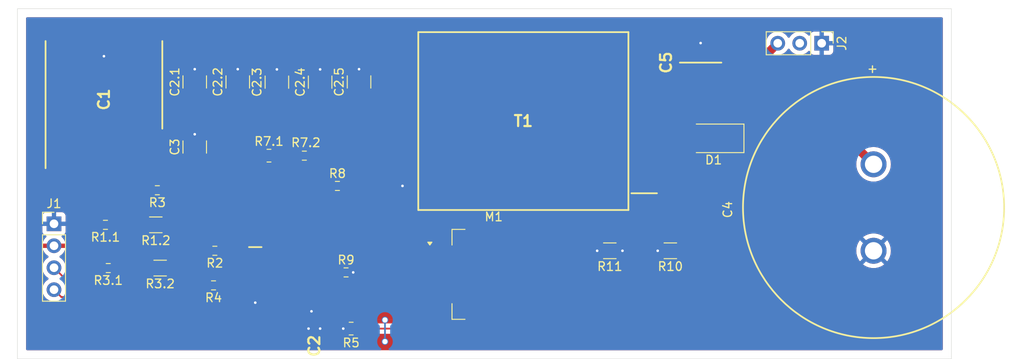
<source format=kicad_pcb>
(kicad_pcb (version 20240108) (generator "pcbnew") (generator_version "8.0")
  (layers (0 "F.Cu" signal) (31 "B.Cu" signal) (34 "B.Paste" user) (35 "F.Paste" user) (36 "B.SilkS" user "B.Silkscreen") (37 "F.SilkS" user "F.Silkscreen") (38 "B.Mask" user) (39 "F.Mask" user) (44 "Edge.Cuts" user))
  (net 0 "")
  (net 1 "/24V")
  (net 2 "/GND")
  (net 3 "/100V")
  (net 4 "Net-(D1-A)")
  (net 5 "Net-(IC1-HVGATE)")
  (net 7 "Net-(IC1-UVLO1)")
  (net 8 "Net-(IC1-OVLO1)")
  (net 10 "/Done")
  (net 11 "/Charge")
  (net 13 "Net-(IC1-RVTRANS)")
  (net 14 "Net-(IC1-CSP)")
  (net 15 "Net-(IC1-UVLO2)")
  (net 16 "Net-(IC1-OVLO2)")
  (net 17 "Net-(IC1-RBG)")
  (net 18 "Net-(IC1-RVOUT)")
  (net 19 "Net-(IC1-RDCM)")
  (net 22 "Net-(M1-D)")
  (net 23 "Net-(R1.1-Pad1)")
  (net 24 "Net-(R3.1-Pad1)")
  (net 25 "Net-(R7.1-Pad2)")
  (footprint "861011485017_footprint:WCAP-AIG8_30X46_DXL_" (layer "F.Cu") (at 184.5 95 90)
    (property "Reference" "C4" (at -0.24 -16.865 90) (layer "F.SilkS"))
    (property "Value" "WCAP-AIG8_30X46")
    (fp_circle (center 0 0) (end 15.1 0) (stroke (width 0.2)) (fill none) (layer "F.SilkS"))
    (fp_text user "+" (at 16 -0.2 90) (layer "F.SilkS"))
    (pad "1" thru_hole circle (at 5 0 90) (size 3 3) (drill 2) (layers "*.Cu" "*.Mask") (net 3 "/100V"))
    (pad "2" thru_hole circle (at -5 0 90) (size 3 3) (drill 2) (layers "*.Cu" "*.Mask") (net 2 "/GND"))
  )
  (footprint "Resistor_SMD:R_0805_2012Metric" (layer "F.Cu") (at 124.0875 109 180)
    (property "Reference" "R5" (at 0 -1.65 0) (layer "F.SilkS"))
    (property "Value" "6m")
    (fp_line (start -0.227064 0.735) (end 0.227064 0.735) (stroke (width 0.12)) (layer "F.SilkS"))
    (fp_line (start -0.227064 -0.735) (end 0.227064 -0.735) (stroke (width 0.12)) (layer "F.SilkS"))
    (pad "1" smd roundrect (at -0.9125 0 180) (size 1.025 1.4) (layers "F.Cu" "F.Paste" "F.Mask") (roundrect_rratio 0.243902) (net 14 "Net-(IC1-CSP)"))
    (pad "2" smd roundrect (at 0.9125 0 180) (size 1.025 1.4) (layers "F.Cu" "F.Paste" "F.Mask") (roundrect_rratio 0.243902) (net 2 "/GND"))
  )
  (footprint "Resistor_SMD:R_0603_1608Metric" (layer "F.Cu") (at 101.675 93 180)
    (property "Reference" "R3" (at 0 -1.43 0) (layer "F.SilkS"))
    (property "Value" "40.2k")
    (fp_line (start -0.237258 0.5225) (end 0.237258 0.5225) (stroke (width 0.12)) (layer "F.SilkS"))
    (fp_line (start -0.237258 -0.5225) (end 0.237258 -0.5225) (stroke (width 0.12)) (layer "F.SilkS"))
    (pad "1" smd roundrect (at -0.825 0 180) (size 0.8 0.95) (layers "F.Cu" "F.Paste" "F.Mask") (net 13 "Net-(IC1-RVTRANS)"))
    (pad "2" smd roundrect (at 0.825 0 180) (size 0.8 0.95) (layers "F.Cu" "F.Paste" "F.Mask") (net 1 "/24V"))
  )
  (footprint "865080562017_Elektrolytic_C:CAPAE1350X1400N" (layer "F.Cu") (at 95.5 82.5 90)
    (property "Reference" "C1" (at 0 0 90) (layer "F.SilkS") (effects (font (size 1.27 1.27) (thickness 0.254))))
    (property "Value" "680 uF (865080562017)" (hide yes))
    (fp_line (start -7.95 -6.75) (end 6.75 -6.75) (stroke (width 0.2)) (layer "F.SilkS"))
    (fp_line (start -3.375 6.75) (end 6.75 6.75) (stroke (width 0.2)) (layer "F.SilkS"))
    (pad "1" smd rect (at -5 0 180) (size 2.05 5.9) (layers "F.Cu" "F.Paste" "F.Mask") (net 1 "/24V"))
    (pad "2" smd rect (at 5 0 180) (size 2.05 5.9) (layers "F.Cu" "F.Paste" "F.Mask") (net 2 "/GND"))
  )
  (footprint "Capacitor_SMD:C_1210_3225Metric" (layer "F.Cu") (at 106 88 90)
    (property "Reference" "C3" (at 0 -2.3 90) (layer "F.SilkS"))
    (property "Value" "10uF (885012209073)")
    (fp_line (start -0.711252 -1.36) (end 0.711252 -1.36) (stroke (width 0.12)) (layer "F.SilkS"))
    (fp_line (start -0.711252 1.36) (end 0.711252 1.36) (stroke (width 0.12)) (layer "F.SilkS"))
    (pad "1" smd roundrect (at -1.475 0 90) (size 1.15 2.7) (layers "F.Cu" "F.Paste" "F.Mask") (roundrect_rratio 0.217391) (net 1 "/24V"))
    (pad "2" smd roundrect (at 1.475 0 90) (size 1.15 2.7) (layers "F.Cu" "F.Paste" "F.Mask") (roundrect_rratio 0.217391) (net 2 "/GND"))
  )
  (footprint "Resistor_SMD:R_0603_1608Metric" (layer "F.Cu") (at 122.5 92.5)
    (property "Reference" "R8" (at 0 -1.43 0) (layer "F.SilkS"))
    (property "Value" "40.2k")
    (fp_line (start -0.237258 -0.5225) (end 0.237258 -0.5225) (stroke (width 0.12)) (layer "F.SilkS"))
    (fp_line (start -0.237258 0.5225) (end 0.237258 0.5225) (stroke (width 0.12)) (layer "F.SilkS"))
    (pad "1" smd roundrect (at -0.825 0) (size 0.8 0.95) (layers "F.Cu" "F.Paste" "F.Mask") (net 18 "Net-(IC1-RVOUT)"))
    (pad "2" smd roundrect (at 0.825 0) (size 0.8 0.95) (layers "F.Cu" "F.Paste" "F.Mask") (net 22 "Net-(M1-D)"))
  )
  (footprint "Resistor_SMD:R_0603_1608Metric" (layer "F.Cu") (at 108.175 104 180)
    (property "Reference" "R4" (at 0 -1.43 0) (layer "F.SilkS"))
    (property "Value" "475k")
    (fp_line (start -0.237258 0.5225) (end 0.237258 0.5225) (stroke (width 0.12)) (layer "F.SilkS"))
    (fp_line (start -0.237258 -0.5225) (end 0.237258 -0.5225) (stroke (width 0.12)) (layer "F.SilkS"))
    (pad "1" smd roundrect (at -0.825 0 180) (size 0.8 0.95) (layers "F.Cu" "F.Paste" "F.Mask") (net 16 "Net-(IC1-OVLO2)"))
    (pad "2" smd roundrect (at 0.825 0 180) (size 0.8 0.95) (layers "F.Cu" "F.Paste" "F.Mask") (net 1 "/24V"))
  )
  (footprint "LT3751IFE#PBF_Footprint:SOP65P640X120-21N" (layer "F.Cu") (at 115.925 103.075)
    (property "Reference" "IC1" (hide yes))
    (property "Value" "LT3751IFE#PBF" (hide yes))
    (fp_line (start -3.65 -3.5) (end -2.2 -3.5) (stroke (width 0.2)) (layer "F.SilkS"))
    (pad "1" smd rect (at -2.925 -2.925 90) (size 0.45 1.45) (layers "F.Cu" "F.Paste" "F.Mask") (net 13 "Net-(IC1-RVTRANS)"))
    (pad "2" smd rect (at -2.925 -2.275 90) (size 0.45 1.45) (layers "F.Cu" "F.Paste" "F.Mask") (net 7 "Net-(IC1-UVLO1)"))
    (pad "3" smd rect (at -2.925 -1.625 90) (size 0.45 1.45) (layers "F.Cu" "F.Paste" "F.Mask") (net 8 "Net-(IC1-OVLO1)"))
    (pad "4" smd rect (at -2.925 -0.975 90) (size 0.45 1.45) (layers "F.Cu" "F.Paste" "F.Mask") (net 15 "Net-(IC1-UVLO2)"))
    (pad "5" smd rect (at -2.925 -0.325 90) (size 0.45 1.45) (layers "F.Cu" "F.Paste" "F.Mask") (net 16 "Net-(IC1-OVLO2)"))
    (pad "6" smd rect (at -2.925 0.325 90) (size 0.45 1.45) (layers "F.Cu" "F.Paste" "F.Mask"))
    (pad "7" smd rect (at -2.925 0.975 90) (size 0.45 1.45) (layers "F.Cu" "F.Paste" "F.Mask") (net 10 "/Done"))
    (pad "8" smd rect (at -2.925 1.625 90) (size 0.45 1.45) (layers "F.Cu" "F.Paste" "F.Mask") (net 11 "/Charge"))
    (pad "9" smd rect (at -2.925 2.275 90) (size 0.45 1.45) (layers "F.Cu" "F.Paste" "F.Mask") (net 2 "/GND"))
    (pad "10" smd rect (at -2.925 2.925 90) (size 0.45 1.45) (layers "F.Cu" "F.Paste" "F.Mask") (net 2 "/GND"))
    (pad "11" smd rect (at 2.925 2.925 90) (size 0.45 1.45) (layers "F.Cu" "F.Paste" "F.Mask") (net 2 "/GND"))
    (pad "12" smd rect (at 2.925 2.275 90) (size 0.45 1.45) (layers "F.Cu" "F.Paste" "F.Mask") (net 14 "Net-(IC1-CSP)"))
    (pad "13" smd rect (at 2.925 1.625 90) (size 0.45 1.45) (layers "F.Cu" "F.Paste" "F.Mask") (net 1 "/24V"))
    (pad "14" smd rect (at 2.925 0.975 90) (size 0.45 1.45) (layers "F.Cu" "F.Paste" "F.Mask") (net 1 "/24V"))
    (pad "15" smd rect (at 2.925 0.325 90) (size 0.45 1.45) (layers "F.Cu" "F.Paste" "F.Mask") (net 5 "Net-(IC1-HVGATE)"))
    (pad "16" smd rect (at 2.925 -0.325 90) (size 0.45 1.45) (layers "F.Cu" "F.Paste" "F.Mask") (net 17 "Net-(IC1-RBG)"))
    (pad "17" smd rect (at 2.925 -0.975 90) (size 0.45 1.45) (layers "F.Cu" "F.Paste" "F.Mask"))
    (pad "18" smd rect (at 2.925 -1.625 90) (size 0.45 1.45) (layers "F.Cu" "F.Paste" "F.Mask") (net 18 "Net-(IC1-RVOUT)"))
    (pad "19" smd rect (at 2.925 -2.275 90) (size 0.45 1.45) (layers "F.Cu" "F.Paste" "F.Mask"))
    (pad "20" smd rect (at 2.925 -2.925 90) (size 0.45 1.45) (layers "F.Cu" "F.Paste" "F.Mask") (net 19 "Net-(IC1-RDCM)"))
    (pad "21" smd rect (at 0 0) (size 2.74 3.86) (layers "F.Cu" "F.Paste" "F.Mask"))
  )
  (footprint "885342206006:CAPC1608X87N" (layer "F.Cu") (at 119.83 109 180)
    (property "Reference" "C2" (at 0 -2 90) (layer "F.SilkS") (effects (font (size 1.27 1.27) (thickness 0.254))))
    (property "Value" "885342206006 (10000 pF)" (hide yes))
    (pad "1" smd rect (at -0.67 0 180) (size 0.8 0.94) (layers "F.Cu" "F.Paste" "F.Mask") (net 2 "/GND"))
    (pad "2" smd rect (at 0.67 0 180) (size 0.8 0.94) (layers "F.Cu" "F.Paste" "F.Mask") (net 2 "/GND"))
  )
  (footprint "Package_TO_SOT_SMD:TO-263-3_TabPin2" (layer "F.Cu") (at 140.575 102.725)
    (property "Reference" "M1" (at 0 -6.65 0) (layer "F.SilkS"))
    (property "Value" "NMOS")
    (fp_line (start -4.825 -5.2) (end -4.825 -3.39) (stroke (width 0.12)) (layer "F.SilkS"))
    (fp_line (start -4.825 5.2) (end -4.825 3.39) (stroke (width 0.12)) (layer "F.SilkS"))
    (fp_line (start -3.325 -5.2) (end -4.825 -5.2) (stroke (width 0.12)) (layer "F.SilkS"))
    (fp_line (start -3.325 5.2) (end -4.825 5.2) (stroke (width 0.12)) (layer "F.SilkS"))
    (fp_poly (pts (xy -7.3875 -3.39) (xy -7.6275 -3.72) (xy -7.1475 -3.72) (xy -7.3875 -3.39)) (stroke (width 0.12)) (fill solid) (layer "F.SilkS"))
    (pad "1" smd roundrect (at -7.65 -2.54) (size 4.6 1.1) (layers "F.Cu" "F.Paste" "F.Mask") (roundrect_rratio 0.227273) (net 22 "Net-(M1-D)"))
    (pad "2" smd roundrect (at -7.65 0) (size 4.6 1.1) (layers "F.Cu" "F.Paste" "F.Mask") (roundrect_rratio 0.227273) (net 5 "Net-(IC1-HVGATE)"))
    (pad "2" smd roundrect (at -0.925 -2.775) (size 4.55 5.25) (layers "F.Cu" "F.Paste") (roundrect_rratio 0.054945) (net 5 "Net-(IC1-HVGATE)"))
    (pad "2" smd roundrect (at -0.925 2.775) (size 4.55 5.25) (layers "F.Cu" "F.Paste") (roundrect_rratio 0.054945) (net 5 "Net-(IC1-HVGATE)"))
    (pad "2" smd roundrect (at 1.5 0) (size 9.4 10.8) (layers "F.Cu" "F.Mask") (roundrect_rratio 0.026596) (net 5 "Net-(IC1-HVGATE)"))
    (pad "2" smd roundrect (at 3.925 -2.775) (size 4.55 5.25) (layers "F.Cu" "F.Paste") (roundrect_rratio 0.054945) (net 5 "Net-(IC1-HVGATE)"))
    (pad "2" smd roundrect (at 3.925 2.775) (size 4.55 5.25) (layers "F.Cu" "F.Paste") (roundrect_rratio 0.054945) (net 5 "Net-(IC1-HVGATE)"))
    (pad "3" smd roundrect (at -7.65 2.54) (size 4.6 1.1) (layers "F.Cu" "F.Paste" "F.Mask") (roundrect_rratio 0.227273) (net 14 "Net-(IC1-CSP)"))
  )
  (footprint "Capacitor_SMD:C_1210_3225Metric" (layer "F.Cu") (at 110.975 80.475 90)
    (property "Reference" "C2.2" (at 0 -2.3 90) (layer "F.SilkS"))
    (property "Value" "2.2uF")
    (fp_line (start -0.711252 -1.36) (end 0.711252 -1.36) (stroke (width 0.12)) (layer "F.SilkS"))
    (fp_line (start -0.711252 1.36) (end 0.711252 1.36) (stroke (width 0.12)) (layer "F.SilkS"))
    (pad "1" smd roundrect (at -1.475 0 90) (size 1.15 2.7) (layers "F.Cu" "F.Paste" "F.Mask") (roundrect_rratio 0.217391) (net 1 "/24V"))
    (pad "2" smd roundrect (at 1.475 0 90) (size 1.15 2.7) (layers "F.Cu" "F.Paste" "F.Mask") (roundrect_rratio 0.217391) (net 2 "/GND"))
  )
  (footprint "Connector_PinHeader_2.54mm:PinHeader_1x04_P2.54mm_Vertical" (layer "F.Cu") (at 89.725 96.88)
    (property "Reference" "J1" (at 0 -2.33 0) (layer "F.SilkS"))
    (property "Value" "Conn_01x04_Pin")
    (fp_line (start -1.33 -1.33) (end 0 -1.33) (stroke (width 0.12)) (layer "F.SilkS"))
    (fp_line (start -1.33 0) (end -1.33 -1.33) (stroke (width 0.12)) (layer "F.SilkS"))
    (fp_line (start -1.33 1.27) (end -1.33 8.95) (stroke (width 0.12)) (layer "F.SilkS"))
    (fp_line (start -1.33 1.27) (end 1.33 1.27) (stroke (width 0.12)) (layer "F.SilkS"))
    (fp_line (start -1.33 8.95) (end 1.33 8.95) (stroke (width 0.12)) (layer "F.SilkS"))
    (fp_line (start 1.33 1.27) (end 1.33 8.95) (stroke (width 0.12)) (layer "F.SilkS"))
    (pad "1" thru_hole rect (at 0 0) (size 1.7 1.7) (drill 1) (layers "*.Cu" "*.Mask") (net 2 "/GND"))
    (pad "2" thru_hole oval (at 0 2.54) (size 1.7 1.7) (drill 1) (layers "*.Cu" "*.Mask") (net 1 "/24V"))
    (pad "3" thru_hole oval (at 0 5.08) (size 1.7 1.7) (drill 1) (layers "*.Cu" "*.Mask") (net 10 "/Done"))
    (pad "4" thru_hole oval (at 0 7.62) (size 1.7 1.7) (drill 1) (layers "*.Cu" "*.Mask") (net 11 "/Charge"))
  )
  (footprint "Resistor_SMD:R_0603_1608Metric" (layer "F.Cu") (at 123.5 102.5)
    (property "Reference" "R9" (at 0 -1.43 0) (layer "F.SilkS"))
    (property "Value" "4.02k")
    (fp_line (start -0.237258 -0.5225) (end 0.237258 -0.5225) (stroke (width 0.12)) (layer "F.SilkS"))
    (fp_line (start -0.237258 0.5225) (end 0.237258 0.5225) (stroke (width 0.12)) (layer "F.SilkS"))
    (pad "1" smd roundrect (at -0.825 0) (size 0.8 0.95) (layers "F.Cu" "F.Paste" "F.Mask") (net 17 "Net-(IC1-RBG)"))
    (pad "2" smd roundrect (at 0.825 0) (size 0.8 0.95) (layers "F.Cu" "F.Paste" "F.Mask") (net 2 "/GND"))
  )
  (footprint "Capacitor_SMD:C_1210_3225Metric" (layer "F.Cu") (at 106 80.475 90)
    (property "Reference" "C2.1" (at 0 -2.3 90) (layer "F.SilkS"))
    (property "Value" "2.2uF")
    (fp_line (start -0.711252 -1.36) (end 0.711252 -1.36) (stroke (width 0.12)) (layer "F.SilkS"))
    (fp_line (start -0.711252 1.36) (end 0.711252 1.36) (stroke (width 0.12)) (layer "F.SilkS"))
    (pad "1" smd roundrect (at -1.475 0 90) (size 1.15 2.7) (layers "F.Cu" "F.Paste" "F.Mask") (roundrect_rratio 0.217391) (net 1 "/24V"))
    (pad "2" smd roundrect (at 1.475 0 90) (size 1.15 2.7) (layers "F.Cu" "F.Paste" "F.Mask") (roundrect_rratio 0.217391) (net 2 "/GND"))
  )
  (footprint "Resistor_SMD:R_1206_3216Metric" (layer "F.Cu") (at 154 100 180)
    (property "Reference" "R11" (at 0 -1.82 0) (layer "F.SilkS"))
    (property "Value" "383")
    (fp_line (start -0.727064 0.91) (end 0.727064 0.91) (stroke (width 0.12)) (layer "F.SilkS"))
    (fp_line (start -0.727064 -0.91) (end 0.727064 -0.91) (stroke (width 0.12)) (layer "F.SilkS"))
    (pad "1" smd roundrect (at -1.4625 0 180) (size 1.125 1.75) (layers "F.Cu" "F.Paste" "F.Mask") (roundrect_rratio 0.222222) (net 2 "/GND"))
    (pad "2" smd roundrect (at 1.4625 0 180) (size 1.125 1.75) (layers "F.Cu" "F.Paste" "F.Mask") (roundrect_rratio 0.222222) (net 2 "/GND"))
  )
  (footprint "CKG57NX7R2J474M500JH_footprint:CAPC6050X550N" (layer "F.Cu") (at 164.5 78.24 -90)
    (property "Reference" "C5" (at 0 4 90) (layer "F.SilkS") (effects (font (size 1.27 1.27) (thickness 0.254))))
    (property "Value" "CKG57NX7R2J474M500JH" (hide yes))
    (fp_line (start 0 -2.4) (end 0 2.4) (stroke (width 0.2)) (layer "F.SilkS"))
    (pad "1" smd rect (at -2.26 0 270) (size 2.39 5.51) (layers "F.Cu" "F.Paste" "F.Mask") (net 2 "/GND"))
    (pad "2" smd rect (at 2.26 0 270) (size 2.39 5.51) (layers "F.Cu" "F.Paste" "F.Mask") (net 3 "/100V"))
  )
  (footprint "Capacitor_SMD:C_1210_3225Metric" (layer "F.Cu") (at 125 80.475 90)
    (property "Reference" "C2.5" (at 0 -2.3 90) (layer "F.SilkS"))
    (property "Value" "2.2u")
    (fp_line (start -0.711252 -1.36) (end 0.711252 -1.36) (stroke (width 0.12)) (layer "F.SilkS"))
    (fp_line (start -0.711252 1.36) (end 0.711252 1.36) (stroke (width 0.12)) (layer "F.SilkS"))
    (pad "1" smd roundrect (at -1.475 0 90) (size 1.15 2.7) (layers "F.Cu" "F.Paste" "F.Mask") (roundrect_rratio 0.217391) (net 1 "/24V"))
    (pad "2" smd roundrect (at 1.475 0 90) (size 1.15 2.7) (layers "F.Cu" "F.Paste" "F.Mask") (roundrect_rratio 0.217391) (net 2 "/GND"))
  )
  (footprint "Resistor_SMD:R_0603_1608Metric" (layer "F.Cu") (at 96 102 180)
    (property "Reference" "R3.1" (at 0 -1.43 0) (layer "F.SilkS"))
    (property "Value" "1.8k")
    (fp_line (start -0.237258 0.5225) (end 0.237258 0.5225) (stroke (width 0.12)) (layer "F.SilkS"))
    (fp_line (start -0.237258 -0.5225) (end 0.237258 -0.5225) (stroke (width 0.12)) (layer "F.SilkS"))
    (pad "1" smd roundrect (at -0.825 0 180) (size 0.8 0.95) (layers "F.Cu" "F.Paste" "F.Mask") (net 24 "Net-(R3.1-Pad1)"))
    (pad "2" smd roundrect (at 0.825 0 180) (size 0.8 0.95) (layers "F.Cu" "F.Paste" "F.Mask") (net 1 "/24V"))
  )
  (footprint "Resistor_SMD:R_0603_1608Metric" (layer "F.Cu") (at 95.675 97 180)
    (property "Reference" "R1.1" (at 0 -1.43 0) (layer "F.SilkS"))
    (property "Value" "1.8k")
    (fp_line (start -0.237258 0.5225) (end 0.237258 0.5225) (stroke (width 0.12)) (layer "F.SilkS"))
    (fp_line (start -0.237258 -0.5225) (end 0.237258 -0.5225) (stroke (width 0.12)) (layer "F.SilkS"))
    (pad "1" smd roundrect (at -0.825 0 180) (size 0.8 0.95) (layers "F.Cu" "F.Paste" "F.Mask") (net 23 "Net-(R1.1-Pad1)"))
    (pad "2" smd roundrect (at 0.825 0 180) (size 0.8 0.95) (layers "F.Cu" "F.Paste" "F.Mask") (net 1 "/24V"))
  )
  (footprint "Resistor_SMD:R_1206_3216Metric" (layer "F.Cu") (at 102 102 180)
    (property "Reference" "R3.2" (at 0 -1.82 0) (layer "F.SilkS"))
    (property "Value" "68k")
    (fp_line (start -0.727064 0.91) (end 0.727064 0.91) (stroke (width 0.12)) (layer "F.SilkS"))
    (fp_line (start -0.727064 -0.91) (end 0.727064 -0.91) (stroke (width 0.12)) (layer "F.SilkS"))
    (pad "1" smd roundrect (at -1.4625 0 180) (size 1.125 1.75) (layers "F.Cu" "F.Paste" "F.Mask") (roundrect_rratio 0.222222) (net 15 "Net-(IC1-UVLO2)"))
    (pad "2" smd roundrect (at 1.4625 0 180) (size 1.125 1.75) (layers "F.Cu" "F.Paste" "F.Mask") (roundrect_rratio 0.222222) (net 24 "Net-(R3.1-Pad1)"))
  )
  (footprint "DA2034_ALD_Test:SOP300P3000X1143-12N" (layer "F.Cu") (at 144 85 180)
    (property "Reference" "T1" (at 0 0 0) (layer "F.SilkS") (effects (font (size 1.27 1.27) (thickness 0.254))))
    (property "Value" "DA2034-ALD" (hide yes))
    (fp_line (start 12.15 10.285) (end -12.15 10.285) (stroke (width 0.2)) (layer "F.SilkS"))
    (fp_line (start 12.15 -10.285) (end 12.15 10.285) (stroke (width 0.2)) (layer "F.SilkS"))
    (fp_line (start -12.15 10.285) (end -12.15 -10.285) (stroke (width 0.2)) (layer "F.SilkS"))
    (fp_line (start -12.15 -10.285) (end 12.15 -10.285) (stroke (width 0.2)) (layer "F.SilkS"))
    (fp_line (start -15.45 -8.35) (end -12.5 -8.35) (stroke (width 0.2)) (layer "F.SilkS"))
    (pad "1" smd rect (at -13.975 -7.5 270) (size 1 2.95) (layers "F.Cu" "F.Paste" "F.Mask") (net 4 "Net-(D1-A)"))
    (pad "2" smd rect (at -13.975 -4.5 270) (size 1 2.95) (layers "F.Cu" "F.Paste" "F.Mask"))
    (pad "3" smd rect (at -13.975 -1.5 270) (size 1 2.95) (layers "F.Cu" "F.Paste" "F.Mask") (net 1 "/24V"))
    (pad "4" smd rect (at -13.975 1.5 270) (size 1 2.95) (layers "F.Cu" "F.Paste" "F.Mask") (net 1 "/24V"))
    (pad "5" smd rect (at -13.975 4.5 270) (size 1 2.95) (layers "F.Cu" "F.Paste" "F.Mask") (net 1 "/24V"))
    (pad "6" smd rect (at -13.975 7.5 270) (size 1 2.95) (layers "F.Cu" "F.Paste" "F.Mask") (net 1 "/24V"))
    (pad "7" smd rect (at 13.975 7.5 270) (size 1 2.95) (layers "F.Cu" "F.Paste" "F.Mask") (net 22 "Net-(M1-D)"))
    (pad "8" smd rect (at 13.975 4.5 270) (size 1 2.95) (layers "F.Cu" "F.Paste" "F.Mask") (net 22 "Net-(M1-D)"))
    (pad "9" smd rect (at 13.975 1.5 270) (size 1 2.95) (layers "F.Cu" "F.Paste" "F.Mask") (net 22 "Net-(M1-D)"))
    (pad "10" smd rect (at 13.975 -1.5 270) (size 1 2.95) (layers "F.Cu" "F.Paste" "F.Mask") (net 22 "Net-(M1-D)"))
    (pad "11" smd rect (at 13.975 -4.5 270) (size 1 2.95) (layers "F.Cu" "F.Paste" "F.Mask"))
    (pad "12" smd rect (at 13.975 -7.5 270) (size 1 2.95) (layers "F.Cu" "F.Paste" "F.Mask") (net 2 "/GND"))
  )
  (footprint "Diode_SMD:D_SMA" (layer "F.Cu") (at 166 87 180)
    (property "Reference" "D1" (at 0 -2.5 0) (layer "F.SilkS"))
    (property "Value" "US1M")
    (fp_line (start -3.51 1.65) (end 2 1.65) (stroke (width 0.12)) (layer "F.SilkS"))
    (fp_line (start -3.51 -1.65) (end 2 -1.65) (stroke (width 0.12)) (layer "F.SilkS"))
    (fp_line (start -3.51 -1.65) (end -3.51 1.65) (stroke (width 0.12)) (layer "F.SilkS"))
    (pad "1" smd roundrect (at -2 0 180) (size 2.5 1.8) (layers "F.Cu" "F.Paste" "F.Mask") (roundrect_rratio 0.1388888889) (net 3 "/100V"))
    (pad "2" smd roundrect (at 2 0 180) (size 2.5 1.8) (layers "F.Cu" "F.Paste" "F.Mask") (roundrect_rratio 0.1388888889) (net 4 "Net-(D1-A)"))
  )
  (footprint "Capacitor_SMD:C_1210_3225Metric" (layer "F.Cu") (at 115.5 80.5 90)
    (property "Reference" "C2.3" (at 0 -2.3 90) (layer "F.SilkS"))
    (property "Value" "2.2u")
    (fp_line (start -0.711252 -1.36) (end 0.711252 -1.36) (stroke (width 0.12)) (layer "F.SilkS"))
    (fp_line (start -0.711252 1.36) (end 0.711252 1.36) (stroke (width 0.12)) (layer "F.SilkS"))
    (pad "1" smd roundrect (at -1.475 0 90) (size 1.15 2.7) (layers "F.Cu" "F.Paste" "F.Mask") (roundrect_rratio 0.217391) (net 1 "/24V"))
    (pad "2" smd roundrect (at 1.475 0 90) (size 1.15 2.7) (layers "F.Cu" "F.Paste" "F.Mask") (roundrect_rratio 0.217391) (net 2 "/GND"))
  )
  (footprint "Capacitor_SMD:C_1210_3225Metric" (layer "F.Cu") (at 120.5 80.5 90)
    (property "Reference" "C2.4" (at 0 -2.3 90) (layer "F.SilkS"))
    (property "Value" "2.2u")
    (fp_line (start -0.711252 -1.36) (end 0.711252 -1.36) (stroke (width 0.12)) (layer "F.SilkS"))
    (fp_line (start -0.711252 1.36) (end 0.711252 1.36) (stroke (width 0.12)) (layer "F.SilkS"))
    (pad "1" smd roundrect (at -1.475 0 90) (size 1.15 2.7) (layers "F.Cu" "F.Paste" "F.Mask") (roundrect_rratio 0.217391) (net 1 "/24V"))
    (pad "2" smd roundrect (at 1.475 0 90) (size 1.15 2.7) (layers "F.Cu" "F.Paste" "F.Mask") (roundrect_rratio 0.217391) (net 2 "/GND"))
  )
  (footprint "Resistor_SMD:R_0805_2012Metric" (layer "F.Cu") (at 114.5875 89)
    (property "Reference" "R7.1" (at 0 -1.65 0) (layer "F.SilkS"))
    (property "Value" "200")
    (fp_line (start -0.227064 -0.735) (end 0.227064 -0.735) (stroke (width 0.12)) (layer "F.SilkS"))
    (fp_line (start -0.227064 0.735) (end 0.227064 0.735) (stroke (width 0.12)) (layer "F.SilkS"))
    (pad "1" smd roundrect (at -0.9125 0) (size 1.025 1.4) (layers "F.Cu" "F.Paste" "F.Mask") (roundrect_rratio 0.243902) (net 19 "Net-(IC1-RDCM)"))
    (pad "2" smd roundrect (at 0.9125 0) (size 1.025 1.4) (layers "F.Cu" "F.Paste" "F.Mask") (roundrect_rratio 0.243902) (net 25 "Net-(R7.1-Pad2)"))
  )
  (footprint "Resistor_SMD:R_1206_3216Metric" (layer "F.Cu") (at 101.5 97 180)
    (property "Reference" "R1.2" (at 0 -1.82 0) (layer "F.SilkS"))
    (property "Value" "68k")
    (fp_line (start -0.727064 0.91) (end 0.727064 0.91) (stroke (width 0.12)) (layer "F.SilkS"))
    (fp_line (start -0.727064 -0.91) (end 0.727064 -0.91) (stroke (width 0.12)) (layer "F.SilkS"))
    (pad "1" smd roundrect (at -1.4625 0 180) (size 1.125 1.75) (layers "F.Cu" "F.Paste" "F.Mask") (roundrect_rratio 0.222222) (net 7 "Net-(IC1-UVLO1)"))
    (pad "2" smd roundrect (at 1.4625 0 180) (size 1.125 1.75) (layers "F.Cu" "F.Paste" "F.Mask") (roundrect_rratio 0.222222) (net 23 "Net-(R1.1-Pad1)"))
  )
  (footprint "Resistor_SMD:R_1206_3216Metric" (layer "F.Cu") (at 161 100 180)
    (property "Reference" "R10" (at 0 -1.82 0) (layer "F.SilkS"))
    (property "Value" "30.9k")
    (fp_line (start -0.727064 0.91) (end 0.727064 0.91) (stroke (width 0.12)) (layer "F.SilkS"))
    (fp_line (start -0.727064 -0.91) (end 0.727064 -0.91) (stroke (width 0.12)) (layer "F.SilkS"))
    (pad "1" smd roundrect (at -1.4625 0 180) (size 1.125 1.75) (layers "F.Cu" "F.Paste" "F.Mask") (roundrect_rratio 0.222222) (net 3 "/100V"))
    (pad "2" smd roundrect (at 1.4625 0 180) (size 1.125 1.75) (layers "F.Cu" "F.Paste" "F.Mask") (roundrect_rratio 0.222222) (net 2 "/GND"))
  )
  (footprint "Resistor_SMD:R_0603_1608Metric" (layer "F.Cu") (at 108.325 100 180)
    (property "Reference" "R2" (at 0 -1.43 0) (layer "F.SilkS"))
    (property "Value" "475k")
    (fp_line (start -0.237258 0.5225) (end 0.237258 0.5225) (stroke (width 0.12)) (layer "F.SilkS"))
    (fp_line (start -0.237258 -0.5225) (end 0.237258 -0.5225) (stroke (width 0.12)) (layer "F.SilkS"))
    (pad "1" smd roundrect (at -0.825 0 180) (size 0.8 0.95) (layers "F.Cu" "F.Paste" "F.Mask") (net 8 "Net-(IC1-OVLO1)"))
    (pad "2" smd roundrect (at 0.825 0 180) (size 0.8 0.95) (layers "F.Cu" "F.Paste" "F.Mask") (net 1 "/24V"))
  )
  (footprint "Resistor_SMD:R_0603_1608Metric" (layer "F.Cu") (at 118.675 89)
    (property "Reference" "R7.2" (at 0.175 -1.5 0) (layer "F.SilkS"))
    (property "Value" "18k")
    (fp_line (start -0.237258 -0.5225) (end 0.237258 -0.5225) (stroke (width 0.12)) (layer "F.SilkS"))
    (fp_line (start -0.237258 0.5225) (end 0.237258 0.5225) (stroke (width 0.12)) (layer "F.SilkS"))
    (pad "1" smd roundrect (at -0.825 0) (size 0.8 0.95) (layers "F.Cu" "F.Paste" "F.Mask") (net 25 "Net-(R7.1-Pad2)"))
    (pad "2" smd roundrect (at 0.825 0) (size 0.8 0.95) (layers "F.Cu" "F.Paste" "F.Mask") (net 22 "Net-(M1-D)"))
  )
  (footprint "Connector_PinHeader_2.54mm:PinHeader_1x03_P2.54mm_Vertical" (layer "F.Cu") (at 178.5 76 -90)
    (property "Reference" "J2" (at 0 -2.33 90) (layer "F.SilkS"))
    (property "Value" "Conn_01x03_Pin")
    (fp_line (start -1.33 6.41) (end 1.33 6.41) (stroke (width 0.12)) (layer "F.SilkS"))
    (fp_line (start -1.33 1.27) (end -1.33 6.41) (stroke (width 0.12)) (layer "F.SilkS"))
    (fp_line (start -1.33 1.27) (end 1.33 1.27) (stroke (width 0.12)) (layer "F.SilkS"))
    (fp_line (start 1.33 1.27) (end 1.33 6.41) (stroke (width 0.12)) (layer "F.SilkS"))
    (fp_line (start -1.33 0) (end -1.33 -1.33) (stroke (width 0.12)) (layer "F.SilkS"))
    (fp_line (start -1.33 -1.33) (end 0 -1.33) (stroke (width 0.12)) (layer "F.SilkS"))
    (pad "1" thru_hole rect (at 0 0 270) (size 1.7 1.7) (drill 1) (layers "*.Cu" "*.Mask") (net 2 "/GND"))
    (pad "2" thru_hole oval (at 0 2.54 270) (size 1.7 1.7) (drill 1) (layers "*.Cu" "*.Mask"))
    (pad "3" thru_hole oval (at 0 5.08 270) (size 1.7 1.7) (drill 1) (layers "*.Cu" "*.Mask") (net 3 "/100V"))
  )
  (gr_rect (start 85.5 72) (end 193.5 112.5) (stroke (width 0.05)) (fill none) (layer "Edge.Cuts"))
  (segment (start 106.025 81.925) (end 106 81.95) (width 0.2) (layer "F.Cu") (net 1))
  (segment (start 94.85 88.15) (end 95.5 87.5) (width 0.2) (layer "F.Cu") (net 1))
  (segment (start 94.85 97.675) (end 94.85 97) (width 0.2) (layer "F.Cu") (net 1))
  (segment (start 111 81.975) (end 110.975 81.95) (width 0.2) (layer "F.Cu") (net 1))
  (segment (start 124.05 104.05) (end 128 108) (width 0.2) (layer "F.Cu") (net 1))
  (segment (start 118.85 104.05) (end 120.5 104.05) (width 0.2) (layer "F.Cu") (net 1))
  (segment (start 94.85 97.85) (end 94.85 97) (width 0.2) (layer "F.Cu") (net 1))
  (segment (start 107.025 89.5) (end 107 89.475) (width 0.2) (layer "F.Cu") (net 1))
  (segment (start 95.175 97.325) (end 94.85 97) (width 0.2) (layer "F.Cu") (net 1))
  (segment (start 120.5 104.05) (end 124.05 104.05) (width 0.2) (layer "F.Cu") (net 1))
  (via (at 128 108) (size 0.8) (drill 0.6) (layers "F.Cu" "B.Cu") (net 1))
  (via (at 128 110.5) (size 0.8) (drill 0.6) (layers "F.Cu" "B.Cu") (net 1))
  (segment (start 128 108) (end 128 110.5) (width 0.2) (layer "B.Cu") (net 1))
  (segment (start 123 109.175) (end 123.175 109) (width 0.2) (layer "F.Cu") (net 2))
  (segment (start 120.5 109) (end 119.16 109) (width 0.2) (layer "F.Cu") (net 2))
  (segment (start 118.85 106) (end 118.85 106.35) (width 0.2) (layer "F.Cu") (net 2))
  (segment (start 113 105.35) (end 113 106) (width 0.2) (layer "F.Cu") (net 2))
  (segment (start 118.85 106.35) (end 119.5 107) (width 0.2) (layer "F.Cu") (net 2))
  (via (at 120.5 109) (size 0.6) (drill 0.3) (layers "F.Cu" "B.Cu") (net 2))
  (via (at 155.4625 100) (size 0.6) (drill 0.3) (layers "F.Cu" "B.Cu") (net 2))
  (via (at 184.5 100) (size 0.6) (drill 0.3) (layers "F.Cu" "B.Cu") (net 2))
  (via (at 119.5 107) (size 0.6) (drill 0.3) (layers "F.Cu" "B.Cu") (net 2))
  (via (at 106 79) (size 0.6) (drill 0.3) (layers "F.Cu" "B.Cu") (net 2))
  (via (at 159.5375 100) (size 0.6) (drill 0.3) (layers "F.Cu" "B.Cu") (net 2))
  (via (at 115.5 79.025) (size 0.6) (drill 0.3) (layers "F.Cu" "B.Cu") (net 2))
  (via (at 184.5 100) (size 0.6) (drill 0.3) (layers "F.Cu" "B.Cu") (net 2))
  (via (at 130.025 92.5) (size 0.6) (drill 0.3) (layers "F.Cu" "B.Cu") (net 2))
  (via (at 123.175 109) (size 0.6) (drill 0.3) (layers "F.Cu" "B.Cu") (net 2))
  (via (at 125 79) (size 0.6) (drill 0.3) (layers "F.Cu" "B.Cu") (net 2))
  (via (at 178.5 76) (size 0.6) (drill 0.3) (layers "F.Cu" "B.Cu") (net 2))
  (via (at 89.725 96.88) (size 0.6) (drill 0.3) (layers "F.Cu" "B.Cu") (net 2))
  (via (at 120.5 79.025) (size 0.6) (drill 0.3) (layers "F.Cu" "B.Cu") (net 2))
  (via (at 164.5 75.98) (size 0.6) (drill 0.3) (layers "F.Cu" "B.Cu") (net 2))
  (via (at 113 106) (size 0.6) (drill 0.3) (layers "F.Cu" "B.Cu") (net 2))
  (via (at 110.975 79) (size 0.6) (drill 0.3) (layers "F.Cu" "B.Cu") (net 2))
  (via (at 95.5 77.5) (size 0.6) (drill 0.3) (layers "F.Cu" "B.Cu") (net 2))
  (via (at 124.325 102.5) (size 0.6) (drill 0.3) (layers "F.Cu" "B.Cu") (net 2))
  (via (at 119.16 109) (size 0.6) (drill 0.3) (layers "F.Cu" "B.Cu") (net 2))
  (via (at 152.5375 100) (size 0.6) (drill 0.3) (layers "F.Cu" "B.Cu") (net 2))
  (via (at 106 86.525) (size 0.6) (drill 0.3) (layers "F.Cu" "B.Cu") (net 2))
  (segment (start 181.5 87) (end 184.5 90) (width 1) (layer "F.Cu") (net 3))
  (segment (start 168.92 80.5) (end 164.5 80.5) (width 1) (layer "F.Cu") (net 3))
  (segment (start 173.42 76) (end 168.92 80.5) (width 1) (layer "F.Cu") (net 3))
  (segment (start 162.4625 92.5375) (end 168 87) (width 1) (layer "F.Cu") (net 3))
  (segment (start 168 87) (end 181.5 87) (width 1) (layer "F.Cu") (net 3))
  (segment (start 162.4625 100) (end 162.4625 92.5375) (width 1) (layer "F.Cu") (net 3))
  (segment (start 164.5 83.5) (end 168 87) (width 1) (layer "F.Cu") (net 3))
  (segment (start 164.5 80.5) (end 164.5 83.5) (width 1) (layer "F.Cu") (net 3))
  (segment (start 157.975 92.5) (end 160 92.5) (width 0.8) (layer "F.Cu") (net 4))
  (segment (start 160 92.5) (end 164 88.5) (width 0.8) (layer "F.Cu") (net 4))
  (segment (start 163.975 86.975) (end 164 87) (width 0.2) (layer "F.Cu") (net 4))
  (segment (start 164 88.5) (end 164 87) (width 0.8) (layer "F.Cu") (net 4))
  (segment (start 132.925 102.725) (end 136.875 102.725) (width 0.2) (layer "F.Cu") (net 5))
  (segment (start 142.075 102.725) (end 142.075 102.375) (width 0.2) (layer "F.Cu") (net 5))
  (segment (start 142.075 102.375) (end 144.5 99.95) (width 0.2) (layer "F.Cu") (net 5))
  (segment (start 132.925 102.725) (end 132.25 103.4) (width 0.2) (layer "F.Cu") (net 5))
  (segment (start 132.25 103.4) (end 118.85 103.4) (width 0.2) (layer "F.Cu") (net 5))
  (segment (start 136.875 102.725) (end 139.65 99.95) (width 0.2) (layer "F.Cu") (net 5))
  (segment (start 113 100.8) (end 112.075 100.8) (width 0.2) (layer "F.Cu") (net 7))
  (segment (start 112.075 100.8) (end 108.275 97) (width 0.2) (layer "F.Cu") (net 7))
  (segment (start 108.275 97) (end 102.9625 97) (width 0.2) (layer "F.Cu") (net 7))
  (segment (start 110.625 100) (end 109.15 100) (width 0.2) (layer "F.Cu") (net 8))
  (segment (start 113 101.45) (end 112.075 101.45) (width 0.2) (layer "F.Cu") (net 8))
  (segment (start 112.075 101.45) (end 110.625 100) (width 0.2) (layer "F.Cu") (net 8))
  (segment (start 92.54 104.775) (end 89.725 101.96) (width 0.2) (layer "F.Cu") (net 10))
  (segment (start 112.075 104.05) (end 111.35 104.775) (width 0.2) (layer "F.Cu") (net 10))
  (segment (start 111.35 104.775) (end 92.54 104.775) (width 0.2) (layer "F.Cu") (net 10))
  (segment (start 113 104.05) (end 112.075 104.05) (width 0.2) (layer "F.Cu") (net 10))
  (segment (start 111.990686 104.7) (end 113 104.7) (width 0.2) (layer "F.Cu") (net 11))
  (segment (start 90.575 105.35) (end 111.340686 105.35) (width 0.2) (layer "F.Cu") (net 11))
  (segment (start 113 104.7) (end 112.925 104.775) (width 0.2) (layer "F.Cu") (net 11))
  (segment (start 89.725 104.5) (end 90.575 105.35) (width 0.2) (layer "F.Cu") (net 11))
  (segment (start 111.340686 105.35) (end 111.990686 104.7) (width 0.2) (layer "F.Cu") (net 11))
  (segment (start 105.85 93) (end 102.5 93) (width 0.2) (layer "F.Cu") (net 13))
  (segment (start 113 100.15) (end 105.85 93) (width 0.2) (layer "F.Cu") (net 13))
  (segment (start 125 109) (end 121.35 105.35) (width 0.2) (layer "F.Cu") (net 14))
  (segment (start 129.19 109) (end 132.925 105.265) (width 0.2) (layer "F.Cu") (net 14))
  (segment (start 118.935 105.265) (end 118.85 105.35) (width 0.2) (layer "F.Cu") (net 14))
  (segment (start 125 109) (end 129.19 109) (width 0.2) (layer "F.Cu") (net 14))
  (segment (start 121.35 105.35) (end 118.85 105.35) (width 0.2) (layer "F.Cu") (net 14))
  (segment (start 105 102.1) (end 104.6 102.1) (width 0.2) (layer "F.Cu") (net 15))
  (segment (start 113 102.1) (end 105 102.1) (width 0.2) (layer "F.Cu") (net 15))
  (segment (start 104.5 102) (end 103.4625 102) (width 0.2) (layer "F.Cu") (net 15))
  (segment (start 105 102.1) (end 104.5625 102.1) (width 0.2) (layer "F.Cu") (net 15))
  (segment (start 104.6 102.1) (end 104.5 102) (width 0.2) (layer "F.Cu") (net 15))
  (segment (start 113 102.75) (end 112.075 102.75) (width 0.2) (layer "F.Cu") (net 16))
  (segment (start 112.075 102.75) (end 110.825 104) (width 0.2) (layer "F.Cu") (net 16))
  (segment (start 110.825 104) (end 109 104) (width 0.2) (layer "F.Cu") (net 16))
  (segment (start 122.425 102.75) (end 122.675 102.5) (width 0.2) (layer "F.Cu") (net 17))
  (segment (start 118.85 102.75) (end 122.425 102.75) (width 0.2) (layer "F.Cu") (net 17))
  (segment (start 121.675 99.55) (end 119.775 101.45) (width 0.2) (layer "F.Cu") (net 18))
  (segment (start 121.675 92.5) (end 121.675 99.55) (width 0.2) (layer "F.Cu") (net 18))
  (segment (start 119.775 101.45) (end 118.85 101.45) (width 0.2) (layer "F.Cu") (net 18))
  (segment (start 118.85 98.675) (end 113.675 93.5) (width 0.2) (layer "F.Cu") (net 19))
  (segment (start 113.675 93.5) (end 113.675 89) (width 0.2) (layer "F.Cu") (net 19))
  (segment (start 118.85 100.15) (end 118.85 98.675) (width 0.2) (layer "F.Cu") (net 19))
  (segment (start 132.925 100.075) (end 132.925 100.185) (width 0.2) (layer "F.Cu") (net 22))
  (segment (start 130.025 86.5) (end 130.025 83.5) (width 0.2) (layer "F.Cu") (net 22))
  (segment (start 128.185 100.185) (end 132.925 100.185) (width 0.2) (layer "F.Cu") (net 22))
  (segment (start 123 92.5) (end 123.325 92.5) (width 0.2) (layer "F.Cu") (net 22))
  (segment (start 130.025 86.5) (end 122 86.5) (width 0.2) (layer "F.Cu") (net 22))
  (segment (start 123.325 95.325) (end 128.185 100.185) (width 0.2) (layer "F.Cu") (net 22))
  (segment (start 130.025 77.5) (end 130.025 80.5) (width 0.2) (layer "F.Cu") (net 22))
  (segment (start 123.325 92.5) (end 123.325 95.325) (width 0.2) (layer "F.Cu") (net 22))
  (segment (start 130.025 83.5) (end 130.025 80.5) (width 0.2) (layer "F.Cu") (net 22))
  (segment (start 122 86.5) (end 119.5 89) (width 0.2) (layer "F.Cu") (net 22))
  (segment (start 119.5 89) (end 123 92.5) (width 0.2) (layer "F.Cu") (net 22))
  (segment (start 100.187648 97) (end 100.0375 97) (width 0.2) (layer "F.Cu") (net 23))
  (segment (start 100.0375 97) (end 96.5 97) (width 0.2) (layer "F.Cu") (net 23))
  (segment (start 100.5375 102) (end 96.825 102) (width 0.2) (layer "F.Cu") (net 24))
  (segment (start 115.5 89) (end 117.85 89) (width 0.2) (layer "F.Cu") (net 25))
  (zone (net 1) (net_name "/24V") (layer "F.Cu") (priority 1) (connect_pads (clearance 0.5)) (min_thickness 0.25) (fill yes (thermal_gap 0.5) (thermal_bridge_width 0.5))
    (polygon (pts (xy 85.5 71.5) (xy 194.5 71.5) (xy 194.5 112) (xy 85.5 112)))
  )
  (zone (net 1) (net_name "/24V") (layer "F.Cu") (priority 6) (connect_pads yes (clearance 0.5)) (min_thickness 0.25) (fill yes (thermal_gap 0.5) (thermal_bridge_width 0.25) (smoothing fillet) (radius 1))
    (polygon (pts (xy 126 108) (xy 129.5 108) (xy 129.5 104) (xy 119 104) (xy 118.5 104.5) (xy 119 105) (xy 122 105)))
  )
  (zone (net 2) (net_name "/GND") (layer "B.Cu") (connect_pads (clearance 0.5)) (min_thickness 0.25) (fill yes (thermal_gap 0.5) (thermal_bridge_width 0.5))
    (polygon (pts (xy 85.5 71) (xy 85.5 71.5) (xy 194 72) (xy 194 112) (xy 85.5 112)))
  )
)
</source>
